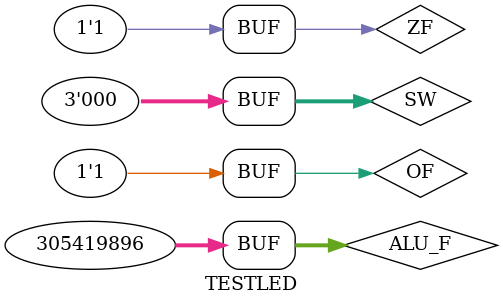
<source format=v>
`timescale 1ns / 1ps


module TESTLED;

	// Inputs
	reg OF;
	reg ZF;
	reg [2:0] SW;
	reg [31:0] ALU_F;

	// Outputs
	wire [7:0] LED;

	// Instantiate the Unit Under Test (UUT)
	LED_DISPLAY uut (
		.OF(OF), 
		.ZF(ZF), 
		.SW(SW), 
		.ALU_F(ALU_F), 
		.LED(LED)
	);

	initial begin
		// Initialize Inputs
		OF = 0;
		ZF = 0;
		SW = 0;
		ALU_F = 0;

		// Wait 100 ns for global reset to finish
		#100;
        
		// Initialize Inputs
		OF = 1;
		ZF = 1;
		SW = 0;
		ALU_F = 32'h1234_5678;

		// Wait 100 ns for global reset to finish
		#100;

	end
      
endmodule


</source>
